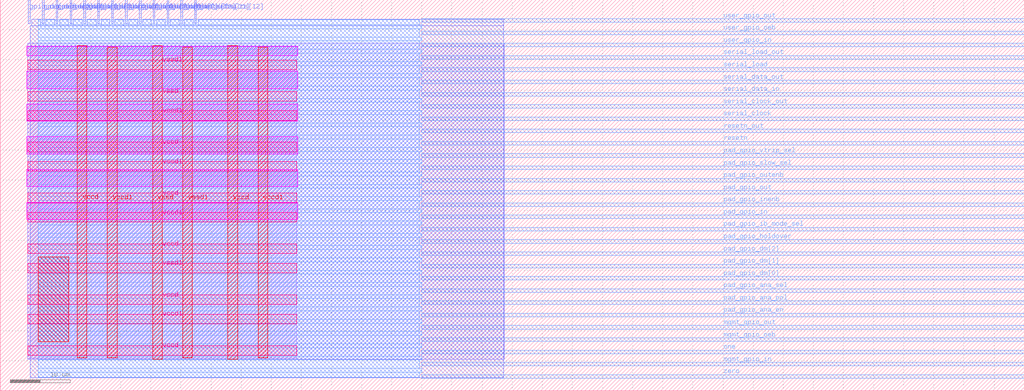
<source format=lef>
VERSION 5.7 ;
  NOWIREEXTENSIONATPIN ON ;
  DIVIDERCHAR "/" ;
  BUSBITCHARS "[]" ;
MACRO gpio_control_block
  CLASS BLOCK ;
  FOREIGN gpio_control_block ;
  ORIGIN 0.000 0.000 ;
  SIZE 170.000 BY 65.000 ;
  PIN gpio_defaults[0]
    DIRECTION INPUT ;
    USE SIGNAL ;
    PORT
      LAYER met2 ;
        RECT 4.690 61.000 4.970 65.000 ;
    END
  END gpio_defaults[0]
  PIN gpio_defaults[10]
    DIRECTION INPUT ;
    USE SIGNAL ;
    PORT
      LAYER met2 ;
        RECT 27.690 61.000 27.970 65.000 ;
    END
  END gpio_defaults[10]
  PIN gpio_defaults[11]
    DIRECTION INPUT ;
    USE SIGNAL ;
    PORT
      LAYER met2 ;
        RECT 29.990 61.000 30.270 65.000 ;
    END
  END gpio_defaults[11]
  PIN gpio_defaults[12]
    DIRECTION INPUT ;
    USE SIGNAL ;
    PORT
      LAYER met2 ;
        RECT 32.290 61.000 32.570 65.000 ;
    END
  END gpio_defaults[12]
  PIN gpio_defaults[1]
    DIRECTION INPUT ;
    USE SIGNAL ;
    PORT
      LAYER met2 ;
        RECT 6.990 61.000 7.270 65.000 ;
    END
  END gpio_defaults[1]
  PIN gpio_defaults[2]
    DIRECTION INPUT ;
    USE SIGNAL ;
    PORT
      LAYER met2 ;
        RECT 9.290 61.000 9.570 65.000 ;
    END
  END gpio_defaults[2]
  PIN gpio_defaults[3]
    DIRECTION INPUT ;
    USE SIGNAL ;
    PORT
      LAYER met2 ;
        RECT 11.590 61.000 11.870 65.000 ;
    END
  END gpio_defaults[3]
  PIN gpio_defaults[4]
    DIRECTION INPUT ;
    USE SIGNAL ;
    PORT
      LAYER met2 ;
        RECT 13.890 61.000 14.170 65.000 ;
    END
  END gpio_defaults[4]
  PIN gpio_defaults[5]
    DIRECTION INPUT ;
    USE SIGNAL ;
    PORT
      LAYER met2 ;
        RECT 16.190 61.000 16.470 65.000 ;
    END
  END gpio_defaults[5]
  PIN gpio_defaults[6]
    DIRECTION INPUT ;
    USE SIGNAL ;
    PORT
      LAYER met2 ;
        RECT 18.490 61.000 18.770 65.000 ;
    END
  END gpio_defaults[6]
  PIN gpio_defaults[7]
    DIRECTION INPUT ;
    USE SIGNAL ;
    PORT
      LAYER met2 ;
        RECT 20.790 61.000 21.070 65.000 ;
    END
  END gpio_defaults[7]
  PIN gpio_defaults[8]
    DIRECTION INPUT ;
    USE SIGNAL ;
    PORT
      LAYER met2 ;
        RECT 23.090 61.000 23.370 65.000 ;
    END
  END gpio_defaults[8]
  PIN gpio_defaults[9]
    DIRECTION INPUT ;
    USE SIGNAL ;
    PORT
      LAYER met2 ;
        RECT 25.390 61.000 25.670 65.000 ;
    END
  END gpio_defaults[9]
  PIN mgmt_gpio_in
    DIRECTION OUTPUT TRISTATE ;
    USE SIGNAL ;
    PORT
      LAYER met3 ;
        RECT 70.000 4.120 170.000 4.720 ;
    END
  END mgmt_gpio_in
  PIN mgmt_gpio_oeb
    DIRECTION INPUT ;
    USE SIGNAL ;
    PORT
      LAYER met3 ;
        RECT 70.000 8.200 170.000 8.800 ;
    END
  END mgmt_gpio_oeb
  PIN mgmt_gpio_out
    DIRECTION INPUT ;
    USE SIGNAL ;
    PORT
      LAYER met3 ;
        RECT 70.000 10.240 170.000 10.840 ;
    END
  END mgmt_gpio_out
  PIN one
    DIRECTION OUTPUT TRISTATE ;
    USE SIGNAL ;
    PORT
      LAYER met3 ;
        RECT 70.000 6.160 170.000 6.760 ;
    END
  END one
  PIN pad_gpio_ana_en
    DIRECTION OUTPUT TRISTATE ;
    USE SIGNAL ;
    PORT
      LAYER met3 ;
        RECT 70.000 12.280 170.000 12.880 ;
    END
  END pad_gpio_ana_en
  PIN pad_gpio_ana_pol
    DIRECTION OUTPUT TRISTATE ;
    USE SIGNAL ;
    PORT
      LAYER met3 ;
        RECT 70.000 14.320 170.000 14.920 ;
    END
  END pad_gpio_ana_pol
  PIN pad_gpio_ana_sel
    DIRECTION OUTPUT TRISTATE ;
    USE SIGNAL ;
    PORT
      LAYER met3 ;
        RECT 70.000 16.360 170.000 16.960 ;
    END
  END pad_gpio_ana_sel
  PIN pad_gpio_dm[0]
    DIRECTION OUTPUT TRISTATE ;
    USE SIGNAL ;
    PORT
      LAYER met3 ;
        RECT 70.000 18.400 170.000 19.000 ;
    END
  END pad_gpio_dm[0]
  PIN pad_gpio_dm[1]
    DIRECTION OUTPUT TRISTATE ;
    USE SIGNAL ;
    PORT
      LAYER met3 ;
        RECT 70.000 20.440 170.000 21.040 ;
    END
  END pad_gpio_dm[1]
  PIN pad_gpio_dm[2]
    DIRECTION OUTPUT TRISTATE ;
    USE SIGNAL ;
    PORT
      LAYER met3 ;
        RECT 70.000 22.480 170.000 23.080 ;
    END
  END pad_gpio_dm[2]
  PIN pad_gpio_holdover
    DIRECTION OUTPUT TRISTATE ;
    USE SIGNAL ;
    PORT
      LAYER met3 ;
        RECT 70.000 24.520 170.000 25.120 ;
    END
  END pad_gpio_holdover
  PIN pad_gpio_ib_mode_sel
    DIRECTION OUTPUT TRISTATE ;
    USE SIGNAL ;
    PORT
      LAYER met3 ;
        RECT 70.000 26.560 170.000 27.160 ;
    END
  END pad_gpio_ib_mode_sel
  PIN pad_gpio_in
    DIRECTION INPUT ;
    USE SIGNAL ;
    PORT
      LAYER met3 ;
        RECT 70.000 28.600 170.000 29.200 ;
    END
  END pad_gpio_in
  PIN pad_gpio_inenb
    DIRECTION OUTPUT TRISTATE ;
    USE SIGNAL ;
    PORT
      LAYER met3 ;
        RECT 70.000 30.640 170.000 31.240 ;
    END
  END pad_gpio_inenb
  PIN pad_gpio_out
    DIRECTION OUTPUT TRISTATE ;
    USE SIGNAL ;
    PORT
      LAYER met3 ;
        RECT 70.000 32.680 170.000 33.280 ;
    END
  END pad_gpio_out
  PIN pad_gpio_outenb
    DIRECTION OUTPUT TRISTATE ;
    USE SIGNAL ;
    PORT
      LAYER met3 ;
        RECT 70.000 34.720 170.000 35.320 ;
    END
  END pad_gpio_outenb
  PIN pad_gpio_slow_sel
    DIRECTION OUTPUT TRISTATE ;
    USE SIGNAL ;
    PORT
      LAYER met3 ;
        RECT 70.000 36.760 170.000 37.360 ;
    END
  END pad_gpio_slow_sel
  PIN pad_gpio_vtrip_sel
    DIRECTION OUTPUT TRISTATE ;
    USE SIGNAL ;
    PORT
      LAYER met3 ;
        RECT 70.000 38.800 170.000 39.400 ;
    END
  END pad_gpio_vtrip_sel
  PIN resetn
    DIRECTION INPUT ;
    USE SIGNAL ;
    PORT
      LAYER met3 ;
        RECT 70.000 40.840 170.000 41.440 ;
    END
  END resetn
  PIN resetn_out
    DIRECTION OUTPUT TRISTATE ;
    USE SIGNAL ;
    PORT
      LAYER met3 ;
        RECT 70.000 42.880 170.000 43.480 ;
    END
  END resetn_out
  PIN serial_clock
    DIRECTION INPUT ;
    USE SIGNAL ;
    PORT
      LAYER met3 ;
        RECT 70.000 44.920 170.000 45.520 ;
    END
  END serial_clock
  PIN serial_clock_out
    DIRECTION OUTPUT TRISTATE ;
    USE SIGNAL ;
    PORT
      LAYER met3 ;
        RECT 70.000 46.960 170.000 47.560 ;
    END
  END serial_clock_out
  PIN serial_data_in
    DIRECTION INPUT ;
    USE SIGNAL ;
    PORT
      LAYER met3 ;
        RECT 70.000 49.000 170.000 49.600 ;
    END
  END serial_data_in
  PIN serial_data_out
    DIRECTION OUTPUT TRISTATE ;
    USE SIGNAL ;
    PORT
      LAYER met3 ;
        RECT 70.000 51.040 170.000 51.640 ;
    END
  END serial_data_out
  PIN serial_load
    DIRECTION INPUT ;
    USE SIGNAL ;
    PORT
      LAYER met3 ;
        RECT 70.000 53.080 170.000 53.680 ;
    END
  END serial_load
  PIN serial_load_out
    DIRECTION OUTPUT TRISTATE ;
    USE SIGNAL ;
    PORT
      LAYER met3 ;
        RECT 70.000 55.120 170.000 55.720 ;
    END
  END serial_load_out
  PIN user_gpio_in
    DIRECTION OUTPUT TRISTATE ;
    USE SIGNAL ;
    PORT
      LAYER met3 ;
        RECT 70.000 57.160 170.000 57.760 ;
    END
  END user_gpio_in
  PIN user_gpio_oeb
    DIRECTION INPUT ;
    USE SIGNAL ;
    PORT
      LAYER met3 ;
        RECT 70.000 59.200 170.000 59.800 ;
    END
  END user_gpio_oeb
  PIN user_gpio_out
    DIRECTION INPUT ;
    USE SIGNAL ;
    PORT
      LAYER met3 ;
        RECT 70.000 61.240 170.000 61.840 ;
    END
  END user_gpio_out
  PIN vccd
    DIRECTION INPUT ;
    USE POWER ;
    PORT
      LAYER met5 ;
        RECT 4.600 5.900 49.220 7.500 ;
    END
    PORT
      LAYER met5 ;
        RECT 4.600 22.800 49.220 24.400 ;
    END
    PORT
      LAYER met5 ;
        RECT 4.600 39.700 49.220 41.300 ;
    END
    PORT
      LAYER met4 ;
        RECT 12.800 5.440 14.400 57.360 ;
    END
    PORT
      LAYER met4 ;
        RECT 37.800 5.200 39.400 57.360 ;
    END
  END vccd
  PIN vccd1
    DIRECTION INPUT ;
    USE POWER ;
    PORT
      LAYER met5 ;
        RECT 4.600 11.140 49.220 12.740 ;
    END
    PORT
      LAYER met5 ;
        RECT 4.600 28.040 49.220 29.640 ;
    END
    PORT
      LAYER met5 ;
        RECT 4.600 44.940 49.220 46.540 ;
    END
    PORT
      LAYER met4 ;
        RECT 17.800 5.440 19.400 57.120 ;
    END
    PORT
      LAYER met4 ;
        RECT 42.800 5.440 44.400 57.120 ;
    END
  END vccd1
  PIN vssd
    DIRECTION INPUT ;
    USE GROUND ;
    PORT
      LAYER met5 ;
        RECT 4.600 14.350 49.220 15.950 ;
    END
    PORT
      LAYER met5 ;
        RECT 4.600 31.250 49.220 32.850 ;
    END
    PORT
      LAYER met5 ;
        RECT 4.600 48.150 49.220 49.750 ;
    END
    PORT
      LAYER met4 ;
        RECT 25.300 5.200 26.900 57.360 ;
    END
  END vssd
  PIN vssd1
    DIRECTION INPUT ;
    USE GROUND ;
    PORT
      LAYER met5 ;
        RECT 4.600 19.590 49.220 21.190 ;
    END
    PORT
      LAYER met5 ;
        RECT 4.600 36.490 49.220 38.090 ;
    END
    PORT
      LAYER met5 ;
        RECT 4.600 53.390 49.220 54.990 ;
    END
    PORT
      LAYER met4 ;
        RECT 30.300 5.440 31.900 57.120 ;
    END
  END vssd1
  PIN zero
    DIRECTION OUTPUT TRISTATE ;
    USE SIGNAL ;
    PORT
      LAYER met3 ;
        RECT 70.000 2.080 170.000 2.680 ;
    END
  END zero
  OBS
      LAYER nwell ;
        RECT 4.410 55.705 49.410 57.310 ;
        RECT 4.410 50.265 49.410 53.095 ;
        RECT 4.410 44.825 49.410 47.655 ;
        RECT 4.410 39.385 49.410 42.215 ;
        RECT 4.410 33.945 49.410 36.775 ;
        RECT 4.410 28.505 49.410 31.335 ;
      LAYER li1 ;
        RECT 4.600 5.355 49.220 57.205 ;
      LAYER met1 ;
        RECT 4.600 5.200 83.650 57.760 ;
      LAYER met2 ;
        RECT 5.250 60.720 6.710 61.725 ;
        RECT 7.550 60.720 9.010 61.725 ;
        RECT 9.850 60.720 11.310 61.725 ;
        RECT 12.150 60.720 13.610 61.725 ;
        RECT 14.450 60.720 15.910 61.725 ;
        RECT 16.750 60.720 18.210 61.725 ;
        RECT 19.050 60.720 20.510 61.725 ;
        RECT 21.350 60.720 22.810 61.725 ;
        RECT 23.650 60.720 25.110 61.725 ;
        RECT 25.950 60.720 27.410 61.725 ;
        RECT 28.250 60.720 29.710 61.725 ;
        RECT 30.550 60.720 32.010 61.725 ;
        RECT 32.850 60.720 83.620 61.725 ;
        RECT 4.970 2.195 83.620 60.720 ;
      LAYER met3 ;
        RECT 6.280 60.840 69.600 61.705 ;
        RECT 6.280 60.200 70.000 60.840 ;
        RECT 6.280 58.800 69.600 60.200 ;
        RECT 6.280 58.160 70.000 58.800 ;
        RECT 6.280 56.760 69.600 58.160 ;
        RECT 6.280 56.120 70.000 56.760 ;
        RECT 6.280 54.720 69.600 56.120 ;
        RECT 6.280 54.080 70.000 54.720 ;
        RECT 6.280 52.680 69.600 54.080 ;
        RECT 6.280 52.040 70.000 52.680 ;
        RECT 6.280 50.640 69.600 52.040 ;
        RECT 6.280 50.000 70.000 50.640 ;
        RECT 6.280 48.600 69.600 50.000 ;
        RECT 6.280 47.960 70.000 48.600 ;
        RECT 6.280 46.560 69.600 47.960 ;
        RECT 6.280 45.920 70.000 46.560 ;
        RECT 6.280 44.520 69.600 45.920 ;
        RECT 6.280 43.880 70.000 44.520 ;
        RECT 6.280 42.480 69.600 43.880 ;
        RECT 6.280 41.840 70.000 42.480 ;
        RECT 6.280 40.440 69.600 41.840 ;
        RECT 6.280 39.800 70.000 40.440 ;
        RECT 6.280 38.400 69.600 39.800 ;
        RECT 6.280 37.760 70.000 38.400 ;
        RECT 6.280 36.360 69.600 37.760 ;
        RECT 6.280 35.720 70.000 36.360 ;
        RECT 6.280 34.320 69.600 35.720 ;
        RECT 6.280 33.680 70.000 34.320 ;
        RECT 6.280 32.280 69.600 33.680 ;
        RECT 6.280 31.640 70.000 32.280 ;
        RECT 6.280 30.240 69.600 31.640 ;
        RECT 6.280 29.600 70.000 30.240 ;
        RECT 6.280 28.200 69.600 29.600 ;
        RECT 6.280 27.560 70.000 28.200 ;
        RECT 6.280 26.160 69.600 27.560 ;
        RECT 6.280 25.520 70.000 26.160 ;
        RECT 6.280 24.120 69.600 25.520 ;
        RECT 6.280 23.480 70.000 24.120 ;
        RECT 6.280 22.080 69.600 23.480 ;
        RECT 6.280 21.440 70.000 22.080 ;
        RECT 6.280 20.040 69.600 21.440 ;
        RECT 6.280 19.400 70.000 20.040 ;
        RECT 6.280 18.000 69.600 19.400 ;
        RECT 6.280 17.360 70.000 18.000 ;
        RECT 6.280 15.960 69.600 17.360 ;
        RECT 6.280 15.320 70.000 15.960 ;
        RECT 6.280 13.920 69.600 15.320 ;
        RECT 6.280 13.280 70.000 13.920 ;
        RECT 6.280 11.880 69.600 13.280 ;
        RECT 6.280 11.240 70.000 11.880 ;
        RECT 6.280 9.840 69.600 11.240 ;
        RECT 6.280 9.200 70.000 9.840 ;
        RECT 6.280 7.800 69.600 9.200 ;
        RECT 6.280 7.160 70.000 7.800 ;
        RECT 6.280 5.760 69.600 7.160 ;
        RECT 6.280 5.120 70.000 5.760 ;
        RECT 6.280 3.720 69.600 5.120 ;
        RECT 6.280 3.080 70.000 3.720 ;
        RECT 6.280 2.215 69.600 3.080 ;
      LAYER met4 ;
        RECT 6.280 8.160 11.380 22.240 ;
  END
END gpio_control_block
END LIBRARY


</source>
